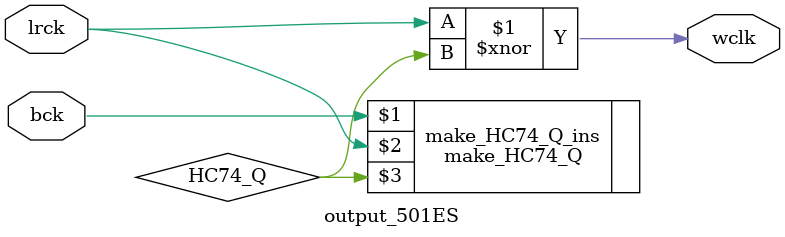
<source format=v>
module output_501ES(bck, lrck, wclk);

	// LJ16, BCK = 32fs and LRCK=L when L ch signal input.
	input bck; //-- bck
	input lrck; //-- Frame sync (asserted for channel A, negated for B)
	output wclk;

	wire HC74_Q;

	make_HC74_Q make_HC74_Q_ins(bck, lrck, HC74_Q);

	//1DACでLRを時分割で出す場合、2*LRCKが必要
	assign wclk = lrck ~^ HC74_Q;

endmodule
</source>
